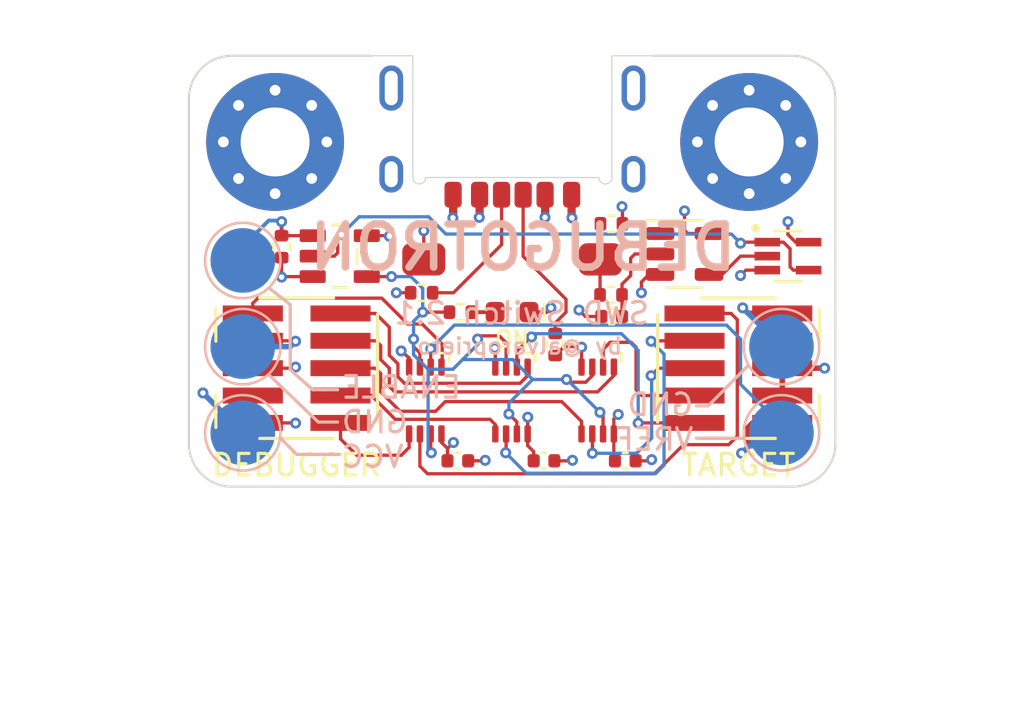
<source format=kicad_pcb>
(kicad_pcb (version 20211014) (generator pcbnew)
  (title_block (title "Debugotron SWD Switch") (date "2022-02-26") (rev "2.1") (company "Quesadillon LLC"))
  (layers (0 "F.Cu" signal) (1 "In1.Cu" signal) (2 "In2.Cu" signal) (31 "B.Cu" signal) (34 "B.Paste" user) (35 "F.Paste" user) (36 "B.SilkS" user "B.Silkscreen") (37 "F.SilkS" user "F.Silkscreen") (38 "B.Mask" user) (39 "F.Mask" user) (44 "Edge.Cuts" user))
  (net 0 "")
  (net 1 "VCC")
  (net 2 "GND")
  (net 3 "/VREF")
  (net 4 "/SWDIO_TMS")
  (net 5 "/SWDCLK_TCK")
  (net 6 "/SWO_TDO")
  (net 7 "/TDI")
  (net 8 "/RESET")
  (net 9 "/SWD_EN")
  (net 10 "/VREF_OUT")
  (net 11 "/SWDIO_TMS_OUT")
  (net 12 "/SWDCLK_TCK_OUT")
  (net 13 "/SWO_TDO_OUT")
  (net 14 "/TDI_OUT")
  (net 15 "/RESET_OUT")
  (net 16 "Net-(D1-Pad2)")
  (net 17 "/SWD_EN_EXT")
  (net 18 "/SWD_EN_BTN")
  (net 19 "Net-(C1-Pad1)")
  (net 20 "Net-(J2-PadA5)")
  (net 21 "Net-(J2-PadB5)")
  (net 25 "Net-(R1-Pad2)")
  (net 26 "Net-(U1-Pad2)")
  (footprint "LED_SMD:LED_0603_1608Metric" (layer "F.Cu") (at 106 66.9 180)
    (fp_text reference "D1" hide)
    (fp_text value "LED")
    (pad "1" smd roundrect (at -0.7875 0 180) (size 0.875 0.95) (layers "F.Cu" "F.Paste" "F.Mask") (net 2 "GND"))
    (pad "2" smd roundrect (at 0.7875 0 180) (size 0.875 0.95) (layers "F.Cu" "F.Paste" "F.Mask") (net 16 "Net-(D1-Pad2)"))
  )
  (footprint "Resistor_SMD:R_0402_1005Metric" (layer "F.Cu") (at 101.8 66 180)
    (fp_text reference "R4" hide)
    (fp_text value "5.1k")
    (pad "1" smd roundrect (at -0.51 0 180) (size 0.54 0.64) (layers "F.Cu" "F.Paste" "F.Mask") (net 21 "Net-(J2-PadB5)"))
    (pad "2" smd roundrect (at 0.51 0 180) (size 0.54 0.64) (layers "F.Cu" "F.Paste" "F.Mask") (net 2 "GND"))
  )
  (footprint "Resistor_SMD:R_0402_1005Metric" (layer "F.Cu") (at 108 68.4 -90)
    (fp_text reference "R5" hide)
    (fp_text value "5.1k")
    (pad "1" smd roundrect (at -0.51 0 270) (size 0.54 0.64) (layers "F.Cu" "F.Paste" "F.Mask") (net 20 "Net-(J2-PadA5)"))
    (pad "2" smd roundrect (at 0.51 0 270) (size 0.54 0.64) (layers "F.Cu" "F.Paste" "F.Mask") (net 2 "GND"))
  )
  (footprint "alvarop:SN74LVC2G66-VSSOP" (layer "F.Cu") (at 105.97 71 180)
    (fp_text reference "U5" hide)
    (fp_text value "SN74LVC2G66")
    (pad "1" smd roundrect (at -0.75 1.55 180) (size 0.3 0.8) (layers "F.Cu" "F.Paste" "F.Mask") (net 4 "/SWDIO_TMS"))
    (pad "2" smd roundrect (at -0.25 1.55 180) (size 0.3 0.8) (layers "F.Cu" "F.Paste" "F.Mask") (net 11 "/SWDIO_TMS_OUT"))
    (pad "3" smd roundrect (at 0.25 1.55 180) (size 0.3 0.8) (layers "F.Cu" "F.Paste" "F.Mask") (net 9 "/SWD_EN"))
    (pad "4" smd roundrect (at 0.75 1.55 180) (size 0.3 0.8) (layers "F.Cu" "F.Paste" "F.Mask") (net 2 "GND"))
    (pad "5" smd roundrect (at 0.75 -1.55 180) (size 0.3 0.8) (layers "F.Cu" "F.Paste" "F.Mask") (net 7 "/TDI"))
    (pad "6" smd roundrect (at 0.25 -1.55 180) (size 0.3 0.8) (layers "F.Cu" "F.Paste" "F.Mask") (net 14 "/TDI_OUT"))
    (pad "7" smd roundrect (at -0.25 -1.55 180) (size 0.3 0.8) (layers "F.Cu" "F.Paste" "F.Mask") (net 9 "/SWD_EN"))
    (pad "8" smd roundrect (at -0.75 -1.55 180) (size 0.3 0.8) (layers "F.Cu" "F.Paste" "F.Mask") (net 1 "VCC"))
  )
  (footprint "alvarop:SN74LVC2G66-VSSOP" (layer "F.Cu") (at 109.97 71 180)
    (fp_text reference "U3" hide)
    (fp_text value "SN74LVC2G66")
    (pad "1" smd roundrect (at -0.75 1.55 180) (size 0.3 0.8) (layers "F.Cu" "F.Paste" "F.Mask") (net 5 "/SWDCLK_TCK"))
    (pad "2" smd roundrect (at -0.25 1.55 180) (size 0.3 0.8) (layers "F.Cu" "F.Paste" "F.Mask") (net 12 "/SWDCLK_TCK_OUT"))
    (pad "3" smd roundrect (at 0.25 1.55 180) (size 0.3 0.8) (layers "F.Cu" "F.Paste" "F.Mask") (net 9 "/SWD_EN"))
    (pad "4" smd roundrect (at 0.75 1.55 180) (size 0.3 0.8) (layers "F.Cu" "F.Paste" "F.Mask") (net 2 "GND"))
    (pad "5" smd roundrect (at 0.75 -1.55 180) (size 0.3 0.8) (layers "F.Cu" "F.Paste" "F.Mask") (net 6 "/SWO_TDO"))
    (pad "6" smd roundrect (at 0.25 -1.55 180) (size 0.3 0.8) (layers "F.Cu" "F.Paste" "F.Mask") (net 13 "/SWO_TDO_OUT"))
    (pad "7" smd roundrect (at -0.25 -1.55 180) (size 0.3 0.8) (layers "F.Cu" "F.Paste" "F.Mask") (net 9 "/SWD_EN"))
    (pad "8" smd roundrect (at -0.75 -1.55 180) (size 0.3 0.8) (layers "F.Cu" "F.Paste" "F.Mask") (net 1 "VCC"))
  )
  (footprint "snapeda:SOT65P210X110-5N" (layer "F.Cu") (at 118.8 64.3)
    (fp_text reference "U1" hide)
    (fp_text value "SN74LVC1G80DCKR")
    (pad "1" smd roundrect (at -0.96 -0.65) (size 1.19 0.4) (layers "F.Cu" "F.Paste" "F.Mask") (roundrect_rratio 0.05) (net 18 "/SWD_EN_BTN"))
    (pad "2" smd roundrect (at -0.96 0) (size 1.19 0.4) (layers "F.Cu" "F.Paste" "F.Mask") (roundrect_rratio 0.05) (net 26 "Net-(U1-Pad2)"))
    (pad "3" smd roundrect (at -0.96 0.65) (size 1.19 0.4) (layers "F.Cu" "F.Paste" "F.Mask") (roundrect_rratio 0.05) (net 2 "GND"))
    (pad "4" smd roundrect (at 0.96 0.65) (size 1.19 0.4) (layers "F.Cu" "F.Paste" "F.Mask") (roundrect_rratio 0.05) (net 18 "/SWD_EN_BTN"))
    (pad "5" smd roundrect (at 0.96 -0.65) (size 1.19 0.4) (layers "F.Cu" "F.Paste" "F.Mask") (roundrect_rratio 0.05) (net 1 "VCC"))
  )
  (footprint "Package_TO_SOT_SMD:SOT-23-5" (layer "F.Cu") (at 114 64.2)
    (fp_text reference "U6" hide)
    (fp_text value "SN74AHC1G14")
    (pad "1" smd roundrect (at -1.1375 -0.95) (size 1.325 0.6) (layers "F.Cu" "F.Paste" "F.Mask"))
    (pad "2" smd roundrect (at -1.1375 0) (size 1.325 0.6) (layers "F.Cu" "F.Paste" "F.Mask") (net 19 "Net-(C1-Pad1)"))
    (pad "3" smd roundrect (at -1.1375 0.95) (size 1.325 0.6) (layers "F.Cu" "F.Paste" "F.Mask") (net 2 "GND"))
    (pad "4" smd roundrect (at 1.1375 0.95) (size 1.325 0.6) (layers "F.Cu" "F.Paste" "F.Mask") (net 26 "Net-(U1-Pad2)"))
    (pad "5" smd roundrect (at 1.1375 -0.95) (size 1.325 0.6) (layers "F.Cu" "F.Paste" "F.Mask") (net 1 "VCC"))
  )
  (footprint "Resistor_SMD:R_0402_1005Metric" (layer "F.Cu") (at 95.3 63.86 -90)
    (fp_text reference "R3" hide)
    (fp_text value "5.1k")
    (pad "1" smd roundrect (at -0.51 0 270) (size 0.54 0.64) (layers "F.Cu" "F.Paste" "F.Mask") (net 17 "/SWD_EN_EXT"))
    (pad "2" smd roundrect (at 0.51 0 270) (size 0.54 0.64) (layers "F.Cu" "F.Paste" "F.Mask") (net 2 "GND"))
  )
  (footprint "Capacitor_SMD:C_0402_1005Metric" (layer "F.Cu") (at 110.62 67.1 180)
    (fp_text reference "C1" hide)
    (fp_text value "0.1uF")
    (pad "1" smd roundrect (at -0.48 0 180) (size 0.56 0.62) (layers "F.Cu" "F.Paste" "F.Mask") (net 19 "Net-(C1-Pad1)"))
    (pad "2" smd roundrect (at 0.48 0 180) (size 0.56 0.62) (layers "F.Cu" "F.Paste" "F.Mask") (net 2 "GND"))
  )
  (footprint "alvarop:SN74LVC2G66-VSSOP" (layer "F.Cu") (at 101.97 71 180)
    (fp_text reference "U4" hide)
    (fp_text value "SN74LVC2G66")
    (pad "1" smd roundrect (at -0.75 1.55 180) (size 0.3 0.8) (layers "F.Cu" "F.Paste" "F.Mask") (net 3 "/VREF"))
    (pad "2" smd roundrect (at -0.25 1.55 180) (size 0.3 0.8) (layers "F.Cu" "F.Paste" "F.Mask") (net 10 "/VREF_OUT"))
    (pad "3" smd roundrect (at 0.25 1.55 180) (size 0.3 0.8) (layers "F.Cu" "F.Paste" "F.Mask") (net 9 "/SWD_EN"))
    (pad "4" smd roundrect (at 0.75 1.55 180) (size 0.3 0.8) (layers "F.Cu" "F.Paste" "F.Mask") (net 2 "GND"))
    (pad "5" smd roundrect (at 0.75 -1.55 180) (size 0.3 0.8) (layers "F.Cu" "F.Paste" "F.Mask") (net 8 "/RESET"))
    (pad "6" smd roundrect (at 0.25 -1.55 180) (size 0.3 0.8) (layers "F.Cu" "F.Paste" "F.Mask") (net 15 "/RESET_OUT"))
    (pad "7" smd roundrect (at -0.25 -1.55 180) (size 0.3 0.8) (layers "F.Cu" "F.Paste" "F.Mask") (net 9 "/SWD_EN"))
    (pad "8" smd roundrect (at -0.75 -1.55 180) (size 0.3 0.8) (layers "F.Cu" "F.Paste" "F.Mask") (net 1 "VCC"))
  )
  (footprint "Capacitor_SMD:C_0402_1005Metric" (layer "F.Cu") (at 103.48 73.8)
    (fp_text reference "C2" hide)
    (fp_text value "0.1uF")
    (pad "1" smd roundrect (at -0.48 0) (size 0.56 0.62) (layers "F.Cu" "F.Paste" "F.Mask") (net 1 "VCC"))
    (pad "2" smd roundrect (at 0.48 0) (size 0.56 0.62) (layers "F.Cu" "F.Paste" "F.Mask") (net 2 "GND"))
  )
  (footprint "snapeda:SOT95P280X145-5N" (layer "F.Cu") (at 98 64.3)
    (fp_text reference "U2" hide)
    (fp_text value "SN74LVC1G32DBVR")
    (pad "1" smd roundrect (at -1.255 -0.95) (size 1.21 0.59) (layers "F.Cu" "F.Paste" "F.Mask") (roundrect_rratio 0.15) (net 17 "/SWD_EN_EXT"))
    (pad "2" smd roundrect (at -1.255 0) (size 1.21 0.59) (layers "F.Cu" "F.Paste" "F.Mask") (roundrect_rratio 0.15) (net 18 "/SWD_EN_BTN"))
    (pad "3" smd roundrect (at -1.255 0.95) (size 1.21 0.59) (layers "F.Cu" "F.Paste" "F.Mask") (roundrect_rratio 0.15) (net 2 "GND"))
    (pad "4" smd roundrect (at 1.255 0.95) (size 1.21 0.59) (layers "F.Cu" "F.Paste" "F.Mask") (roundrect_rratio 0.15) (net 9 "/SWD_EN"))
    (pad "5" smd roundrect (at 1.255 -0.95) (size 1.21 0.59) (layers "F.Cu" "F.Paste" "F.Mask") (roundrect_rratio 0.15) (net 1 "VCC"))
  )
  (footprint "Capacitor_SMD:C_0402_1005Metric" (layer "F.Cu") (at 111.25 73.8)
    (fp_text reference "C3" hide)
    (fp_text value "0.1uF")
    (pad "1" smd roundrect (at -0.48 0) (size 0.56 0.62) (layers "F.Cu" "F.Paste" "F.Mask") (net 1 "VCC"))
    (pad "2" smd roundrect (at 0.48 0) (size 0.56 0.62) (layers "F.Cu" "F.Paste" "F.Mask") (net 2 "GND"))
  )
  (footprint "Resistor_SMD:R_0402_1005Metric" (layer "F.Cu") (at 103.6 66.9)
    (fp_text reference "R6" hide)
    (fp_text value "5.1k")
    (pad "1" smd roundrect (at -0.51 0) (size 0.54 0.64) (layers "F.Cu" "F.Paste" "F.Mask") (net 9 "/SWD_EN"))
    (pad "2" smd roundrect (at 0.51 0) (size 0.54 0.64) (layers "F.Cu" "F.Paste" "F.Mask") (net 16 "Net-(D1-Pad2)"))
  )
  (footprint "MountingHole:MountingHole_3.2mm_M3_Pad_Via" (layer "F.Cu") (at 117 59)
    (fp_text reference "REF**" hide)
    (fp_text value "MountingHole_3.2mm_M3_Pad_Via")
    (pad "1" thru_hole circle (at 0 0) (size 6.4 6.4) (drill 3.2) (layers *.Cu *.Mask) (net 2 "GND"))
    (pad "1" thru_hole circle (at 0 -2.4) (size 0.8 0.8) (drill 0.5) (layers *.Cu *.Mask))
    (pad "1" thru_hole circle (at -1.697056 1.697056) (size 0.8 0.8) (drill 0.5) (layers *.Cu *.Mask))
    (pad "1" thru_hole circle (at 2.4 0) (size 0.8 0.8) (drill 0.5) (layers *.Cu *.Mask))
    (pad "1" thru_hole circle (at 1.697056 1.697056) (size 0.8 0.8) (drill 0.5) (layers *.Cu *.Mask))
    (pad "1" thru_hole circle (at 1.697056 -1.697056) (size 0.8 0.8) (drill 0.5) (layers *.Cu *.Mask))
    (pad "1" thru_hole circle (at -2.4 0) (size 0.8 0.8) (drill 0.5) (layers *.Cu *.Mask))
    (pad "1" thru_hole circle (at 0 2.4) (size 0.8 0.8) (drill 0.5) (layers *.Cu *.Mask))
    (pad "1" thru_hole circle (at -1.697056 -1.697056) (size 0.8 0.8) (drill 0.5) (layers *.Cu *.Mask))
  )
  (footprint "Resistor_SMD:R_0402_1005Metric" (layer "F.Cu") (at 110.59 66.1)
    (fp_text reference "R2" hide)
    (fp_text value "5.1k")
    (pad "1" smd roundrect (at -0.51 0) (size 0.54 0.64) (layers "F.Cu" "F.Paste" "F.Mask") (net 25 "Net-(R1-Pad2)"))
    (pad "2" smd roundrect (at 0.51 0) (size 0.54 0.64) (layers "F.Cu" "F.Paste" "F.Mask") (net 19 "Net-(C1-Pad1)"))
  )
  (footprint "alvarop:PTS636_G" (layer "F.Cu") (at 106 64.45)
    (fp_text reference "SW1" hide)
    (fp_text value "SW_Push")
    (pad "1" smd roundrect (at -4.1 0) (size 2 1.5) (layers "F.Cu" "F.Paste" "F.Mask") (net 2 "GND"))
    (pad "2" smd roundrect (at 4.1 0) (size 2 1.5) (layers "F.Cu" "F.Paste" "F.Mask") (net 25 "Net-(R1-Pad2)"))
  )
  (footprint "alvarop:USB4515-GF-A" (layer "F.Cu") (at 106.01 60.5 180)
    (fp_text reference "J2" hide)
    (fp_text value "USB_C_Receptacle_USB2.0")
    (fp_line (start -4.02 -0.15) (end 4.02 -0.15) (layer "Edge.Cuts") (width 0.05))
    (fp_line (start -4.62 5.5) (end -6.5 5.5) (layer "Edge.Cuts") (width 0.05))
    (fp_line (start 4.62 5.5) (end 6.5 5.5) (layer "Edge.Cuts") (width 0.05))
    (fp_line (start -4.62 -0.15) (end -4.62 5.5) (layer "Edge.Cuts") (width 0.05))
    (fp_line (start 4.62 -0.15) (end 4.62 5.5) (layer "Edge.Cuts") (width 0.05))
    (fp_arc (start 4.02 -0.15) (mid 4.32 -0.44753) (end 4.62 -0.15) (layer "Edge.Cuts") (width 0.05))
    (fp_arc (start -4.62 -0.15) (mid -4.32 -0.45) (end -4.02 -0.15) (layer "Edge.Cuts") (width 0.05))
    (pad "A5" smd roundrect (at -0.5 -0.95 180) (size 0.8 1.2) (layers "F.Cu" "F.Paste" "F.Mask") (net 20 "Net-(J2-PadA5)"))
    (pad "A9" smd roundrect (at 1.52 -0.95 180) (size 0.8 1.2) (layers "F.Cu" "F.Paste" "F.Mask") (net 1 "VCC"))
    (pad "A12" smd roundrect (at 2.75 -0.95 180) (size 0.8 1.2) (layers "F.Cu" "F.Paste" "F.Mask") (net 2 "GND"))
    (pad "B5" smd roundrect (at 0.5 -0.95 180) (size 0.8 1.2) (layers "F.Cu" "F.Paste" "F.Mask") (net 21 "Net-(J2-PadB5)"))
    (pad "B9" smd roundrect (at -1.52 -0.95 180) (size 0.8 1.2) (layers "F.Cu" "F.Paste" "F.Mask") (net 1 "VCC"))
    (pad "B12" smd roundrect (at -2.75 -0.95 180) (size 0.8 1.2) (layers "F.Cu" "F.Paste" "F.Mask") (net 2 "GND"))
    (pad "S1" thru_hole oval (at 5.62 0 180) (size 1.1 1.7) (drill oval 0.6 1.2) (layers *.Cu *.Mask))
    (pad "S1" thru_hole oval (at -5.62 0 180) (size 1.1 1.7) (drill oval 0.6 1.2) (layers *.Cu *.Mask))
    (pad "S1" thru_hole oval (at 5.62 4 180) (size 1.1 2.1) (drill oval 0.6 1.6) (layers *.Cu *.Mask))
    (pad "S1" thru_hole oval (at -5.62 4 180) (size 1.1 2.1) (drill oval 0.6 1.6) (layers *.Cu *.Mask))
  )
  (footprint "MountingHole:MountingHole_3.2mm_M3_Pad_Via" (layer "F.Cu") (at 95 59)
    (fp_text reference "REF**" hide)
    (fp_text value "MountingHole_3.2mm_M3_Pad_Via")
    (pad "1" thru_hole circle (at 2.4 0) (size 0.8 0.8) (drill 0.5) (layers *.Cu *.Mask))
    (pad "1" thru_hole circle (at -2.4 0) (size 0.8 0.8) (drill 0.5) (layers *.Cu *.Mask))
    (pad "1" thru_hole circle (at 1.697056 1.697056) (size 0.8 0.8) (drill 0.5) (layers *.Cu *.Mask))
    (pad "1" thru_hole circle (at 0 2.4) (size 0.8 0.8) (drill 0.5) (layers *.Cu *.Mask))
    (pad "1" thru_hole circle (at -1.697056 -1.697056) (size 0.8 0.8) (drill 0.5) (layers *.Cu *.Mask))
    (pad "1" thru_hole circle (at 0 -2.4) (size 0.8 0.8) (drill 0.5) (layers *.Cu *.Mask))
    (pad "1" thru_hole circle (at 0 0) (size 6.4 6.4) (drill 3.2) (layers *.Cu *.Mask) (net 2 "GND"))
    (pad "1" thru_hole circle (at 1.697056 -1.697056) (size 0.8 0.8) (drill 0.5) (layers *.Cu *.Mask))
    (pad "1" thru_hole circle (at -1.697056 1.697056) (size 0.8 0.8) (drill 0.5) (layers *.Cu *.Mask))
  )
  (footprint "Resistor_SMD:R_0402_1005Metric" (layer "F.Cu") (at 110.61 62.8 180)
    (fp_text reference "R1" hide)
    (fp_text value "5.1k")
    (pad "1" smd roundrect (at -0.51 0 180) (size 0.54 0.64) (layers "F.Cu" "F.Paste" "F.Mask") (net 1 "VCC"))
    (pad "2" smd roundrect (at 0.51 0 180) (size 0.54 0.64) (layers "F.Cu" "F.Paste" "F.Mask") (net 25 "Net-(R1-Pad2)"))
  )
  (footprint "snapeda:SAMTEC_FTSH-105-01-F-DV-P-TR_alt" (layer "F.Cu") (at 116.5 69.5 90)
    (fp_text reference "J5" hide)
    (fp_text value "SWD_OUT")
    (pad "1" smd rect (at -2.54 2.035 90) (size 0.74 2.79) (layers "F.Cu" "F.Paste" "F.Mask") (net 10 "/VREF_OUT"))
    (pad "2" smd rect (at -2.54 -2.035 90) (size 0.74 2.79) (layers "F.Cu" "F.Paste" "F.Mask") (net 11 "/SWDIO_TMS_OUT"))
    (pad "3" smd rect (at -1.27 2.035 90) (size 0.74 2.79) (layers "F.Cu" "F.Paste" "F.Mask") (net 2 "GND"))
    (pad "4" smd rect (at -1.27 -2.035 90) (size 0.74 2.79) (layers "F.Cu" "F.Paste" "F.Mask") (net 12 "/SWDCLK_TCK_OUT"))
    (pad "5" smd rect (at 0 2.035 90) (size 0.74 2.79) (layers "F.Cu" "F.Paste" "F.Mask") (net 2 "GND"))
    (pad "6" smd rect (at 0 -2.035 90) (size 0.74 2.79) (layers "F.Cu" "F.Paste" "F.Mask") (net 13 "/SWO_TDO_OUT"))
    (pad "7" smd rect (at 1.27 2.035 90) (size 0.74 2.79) (layers "F.Cu" "F.Paste" "F.Mask"))
    (pad "8" smd rect (at 1.27 -2.035 90) (size 0.74 2.79) (layers "F.Cu" "F.Paste" "F.Mask") (net 14 "/TDI_OUT"))
    (pad "9" smd rect (at 2.54 2.035 90) (size 0.74 2.79) (layers "F.Cu" "F.Paste" "F.Mask") (net 2 "GND"))
    (pad "10" smd rect (at 2.54 -2.035 90) (size 0.74 2.79) (layers "F.Cu" "F.Paste" "F.Mask") (net 15 "/RESET_OUT"))
  )
  (footprint "snapeda:SAMTEC_FTSH-105-01-F-DV-P-TR_alt" (layer "F.Cu") (at 96 69.5 -90)
    (fp_text reference "J3" hide)
    (fp_text value "SWD_IN")
    (pad "1" smd rect (at -2.54 2.035 270) (size 0.74 2.79) (layers "F.Cu" "F.Paste" "F.Mask") (net 3 "/VREF"))
    (pad "2" smd rect (at -2.54 -2.035 270) (size 0.74 2.79) (layers "F.Cu" "F.Paste" "F.Mask") (net 4 "/SWDIO_TMS"))
    (pad "3" smd rect (at -1.27 2.035 270) (size 0.74 2.79) (layers "F.Cu" "F.Paste" "F.Mask") (net 2 "GND"))
    (pad "4" smd rect (at -1.27 -2.035 270) (size 0.74 2.79) (layers "F.Cu" "F.Paste" "F.Mask") (net 5 "/SWDCLK_TCK"))
    (pad "5" smd rect (at 0 2.035 270) (size 0.74 2.79) (layers "F.Cu" "F.Paste" "F.Mask") (net 2 "GND"))
    (pad "6" smd rect (at 0 -2.035 270) (size 0.74 2.79) (layers "F.Cu" "F.Paste" "F.Mask") (net 6 "/SWO_TDO"))
    (pad "7" smd rect (at 1.27 2.035 270) (size 0.74 2.79) (layers "F.Cu" "F.Paste" "F.Mask"))
    (pad "8" smd rect (at 1.27 -2.035 270) (size 0.74 2.79) (layers "F.Cu" "F.Paste" "F.Mask") (net 7 "/TDI"))
    (pad "9" smd rect (at 2.54 2.035 270) (size 0.74 2.79) (layers "F.Cu" "F.Paste" "F.Mask") (net 2 "GND"))
    (pad "10" smd rect (at 2.54 -2.035 270) (size 0.74 2.79) (layers "F.Cu" "F.Paste" "F.Mask") (net 8 "/RESET"))
  )
  (footprint "Capacitor_SMD:C_0402_1005Metric" (layer "F.Cu") (at 107.48 73.8)
    (fp_text reference "C4" hide)
    (fp_text value "0.1uF")
    (pad "1" smd roundrect (at -0.48 0) (size 0.56 0.62) (layers "F.Cu" "F.Paste" "F.Mask") (net 1 "VCC"))
    (pad "2" smd roundrect (at 0.48 0) (size 0.56 0.62) (layers "F.Cu" "F.Paste" "F.Mask") (net 2 "GND"))
  )
  (footprint "TestPoint:TestPoint_Pad_D3.0mm" (layer "B.Cu") (at 118.5 72.5 180)
    (fp_text reference "TP5" hide)
    (fp_text value "TestPoint")
    (pad "1" smd circle (at 0 0 180) (size 3 3) (layers "B.Cu" "B.Mask") (net 10 "/VREF_OUT"))
  )
  (footprint "TestPoint:TestPoint_Pad_D3.0mm" (layer "B.Cu") (at 93.5 64.5 180)
    (fp_text reference "TP3" hide)
    (fp_text value "TestPoint")
    (pad "1" smd circle (at 0 0 180) (size 3 3) (layers "B.Cu" "B.Mask") (net 17 "/SWD_EN_EXT"))
  )
  (footprint "TestPoint:TestPoint_Pad_D3.0mm" (layer "B.Cu") (at 118.5 68.5 180)
    (fp_text reference "TP4" hide)
    (fp_text value "TestPoint")
    (pad "1" smd circle (at 0 0 180) (size 3 3) (layers "B.Cu" "B.Mask") (net 2 "GND"))
  )
  (footprint "TestPoint:TestPoint_Pad_D3.0mm" (layer "B.Cu") (at 93.5 72.5 180)
    (fp_text reference "TP1" hide)
    (fp_text value "TestPoint")
    (pad "1" smd circle (at 0 0 180) (size 3 3) (layers "B.Cu" "B.Mask") (net 1 "VCC"))
  )
  (footprint "TestPoint:TestPoint_Pad_D3.0mm" (layer "B.Cu") (at 93.5 68.5 180)
    (fp_text reference "TP2" hide)
    (fp_text value "TestPoint")
    (pad "1" smd circle (at 0 0 180) (size 3 3) (layers "B.Cu" "B.Mask") (net 2 "GND"))
  )
  (gr_line (start 97.3 70.5) (end 96.75 70.5) (layer "B.SilkS") (width 0.15))
  (gr_line (start 114.55 71.25) (end 115.1 71.25) (layer "B.SilkS") (width 0.15))
  (gr_line (start 95.95 69.8) (end 95.7 69.55) (layer "B.SilkS") (width 0.15))
  (gr_line (start 96.75 70.5) (end 95.95 69.8) (layer "B.SilkS") (width 0.15))
  (gr_line (start 95.7 69.55) (end 95.7 66.55) (layer "B.SilkS") (width 0.15))
  (gr_line (start 97 72) (end 97.9 72) (layer "B.SilkS") (width 0.15))
  (gr_line (start 115.1 71.25) (end 116.96 69.37) (layer "B.SilkS") (width 0.15))
  (gr_line (start 114.55 72.75) (end 116.72 72.75) (layer "B.SilkS") (width 0.15))
  (gr_line (start 94.7 69.8) (end 96.95 71.95) (layer "B.SilkS") (width 0.15))
  (gr_line (start 95.7 66.55) (end 94.75 65.8) (layer "B.SilkS") (width 0.15))
  (gr_line (start 98 73.5) (end 96 73.5) (layer "B.SilkS") (width 0.15))
  (gr_line (start 96 73.5) (end 95.25 72.75) (layer "B.SilkS") (width 0.15))
  (gr_line (start 97.9 70.5) (end 97.3 70.5) (layer "B.SilkS") (width 0.15))
  (gr_line (start 96.95 71.95) (end 97 72) (layer "B.SilkS") (width 0.15))
  (gr_line (start 121 57) (end 121 73) (layer "Edge.Cuts") (width 0.1))
  (gr_arc (start 119 55) (mid 120.414214 55.585786) (end 121 57) (layer "Edge.Cuts") (width 0.1))
  (gr_arc (start 93 75) (mid 91.585786 74.414214) (end 91 73) (layer "Edge.Cuts") (width 0.1))
  (gr_line (start 91 73) (end 91 57) (layer "Edge.Cuts") (width 0.1))
  (gr_line (start 119 75) (end 93 75) (layer "Edge.Cuts") (width 0.1))
  (gr_arc (start 91 57) (mid 91.585786 55.585786) (end 93 55) (layer "Edge.Cuts") (width 0.1))
  (gr_line (start 93 55) (end 99.51 55) (layer "Edge.Cuts") (width 0.1))
  (gr_arc (start 121 73) (mid 120.414214 74.414214) (end 119 75) (layer "Edge.Cuts") (width 0.1))
  (gr_line (start 119 55) (end 112.51 55) (layer "Edge.Cuts") (width 0.1))
  (gr_text "SWD Switch 2.1" (at 106.45 66.95) (layer "B.SilkS") (effects (font (size 1 1)) (justify mirror)))
  (gr_text "by @alvaroprieto" (at 106.35 68.475) (layer "B.SilkS") (effects (font (size 0.75 0.75) (thickness 0.125)) (justify mirror)))
  (gr_text "GND\nVREF" (at 114.5 72) (layer "B.SilkS") (effects (font (size 1 1)) (justify left mirror)))
  (gr_text "ENABLE\nGND\nVCC" (at 98 72) (layer "B.SilkS") (effects (font (size 1 1)) (justify right mirror)))
  (gr_text "DEBUGOTRON" (at 106.5 63.9) (layer "B.SilkS") (effects (font (size 2 2) (thickness 0.35)) (justify mirror)))
  (gr_text "TARGET" (at 116.5 74) (layer "F.SilkS") (effects (font (size 1 1))))
  (gr_text "DEBUGGER" (at 96 74) (layer "F.SilkS") (effects (font (size 1 1))))
  (gr_text "ON" (at 106 68.15) (layer "F.SilkS") (effects (font (size 0.75 0.75) (thickness 0.125))))
  (segment (start 110.72 72.55) (end 110.72 73.75) (width 0.1524) (layer "F.Cu") (net 1))
  (segment (start 106.72 72.55) (end 106.72 71.78) (width 0.1524) (layer "F.Cu") (net 1))
  (segment (start 103 73.225) (end 103 73.8) (width 0.1524) (layer "F.Cu") (net 1))
  (segment (start 106.72 73.095) (end 106.72 72.55) (width 0.1524) (layer "F.Cu") (net 1))
  (segment (start 110.72 71.855) (end 110.925 71.65) (width 0.1524) (layer "F.Cu") (net 1))
  (segment (start 107 73.375) (end 106.72 73.095) (width 0.1524) (layer "F.Cu") (net 1))
  (segment (start 104.49 62.485) (end 104.475 62.5) (width 0.381) (layer "F.Cu") (net 1))
  (segment (start 110.72 73.75) (end 110.77 73.8) (width 0.1524) (layer "F.Cu") (net 1))
  (segment (start 107 73.8) (end 107 73.375) (width 0.1524) (layer "F.Cu") (net 1))
  (segment (start 102.72 72.55) (end 102.72 72.945) (width 0.1524) (layer "F.Cu") (net 1))
  (segment (start 114.15 63.25) (end 114 63.1) (width 0.1524) (layer "F.Cu") (net 1))
  (segment (start 100.275 63.35) (end 100.3 63.375) (width 0.1524) (layer "F.Cu") (net 1))
  (segment (start 114 63.1) (end 114 62.2) (width 0.1524) (layer "F.Cu") (net 1))
  (segment (start 110.72 72.55) (end 110.72 71.855) (width 0.1524) (layer "F.Cu") (net 1))
  (segment (start 106.72 71.78) (end 106.725 71.775) (width 0.1524) (layer "F.Cu") (net 1))
  (segment (start 119.15 63.65) (end 118.8 63.3) (width 0.1524) (layer "F.Cu") (net 1))
  (segment (start 115.1375 63.25) (end 114.15 63.25) (width 0.1524) (layer "F.Cu") (net 1))
  (segment (start 102.72 72.945) (end 103 73.225) (width 0.1524) (layer "F.Cu") (net 1))
  (segment (start 119.76 63.65) (end 119.15 63.65) (width 0.1524) (layer "F.Cu") (net 1))
  (segment (start 107.53 61.45) (end 107.53 62.495) (width 0.381) (layer "F.Cu") (net 1))
  (segment (start 104.49 61.45) (end 104.49 62.485) (width 0.381) (layer "F.Cu") (net 1))
  (segment (start 99.255 63.35) (end 100.275 63.35) (width 0.1524) (layer "F.Cu") (net 1))
  (segment (start 107.53 62.495) (end 107.525 62.5) (width 0.381) (layer "F.Cu") (net 1))
  (segment (start 103 73.225) (end 103.275 72.95) (width 0.1524) (layer "F.Cu") (net 1))
  (segment (start 111.12 62.8) (end 111.12 62.02) (width 0.1524) (layer "F.Cu") (net 1))
  (segment (start 118.8 63.3) (end 118.8 62.7) (width 0.1524) (layer "F.Cu") (net 1))
  (segment (start 111.12 62.02) (end 111.1 62) (width 0.1524) (layer "F.Cu") (net 1))
  (via (at 111.1 62) (size 0.508) (drill 0.254) (layers "F.Cu" "B.Cu") (net 1))
  (via (at 107.525 62.5) (size 0.508) (drill 0.254) (layers "F.Cu" "B.Cu") (net 1))
  (via (at 100.3 63.375) (size 0.508) (drill 0.254) (layers "F.Cu" "B.Cu") (net 1))
  (via (at 118.8 62.7) (size 0.508) (drill 0.254) (layers "F.Cu" "B.Cu") (net 1))
  (via (at 103.275 72.95) (size 0.508) (drill 0.254) (layers "F.Cu" "B.Cu") (net 1))
  (via (at 91.65 70.65) (size 0.508) (drill 0.254) (layers "F.Cu" "B.Cu") (net 1))
  (via (at 104.475 62.5) (size 0.508) (drill 0.254) (layers "F.Cu" "B.Cu") (net 1))
  (via (at 114 62.2) (size 0.508) (drill 0.254) (layers "F.Cu" "B.Cu") (net 1))
  (via (at 110.925 71.65) (size 0.508) (drill 0.254) (layers "F.Cu" "B.Cu") (net 1))
  (via (at 106.725 71.775) (size 0.508) (drill 0.254) (layers "F.Cu" "B.Cu") (net 1))
  (segment (start 93.5 72.5) (end 91.65 70.65) (width 0.254) (layer "B.Cu") (net 1))
  (segment (start 105.22 69.45) (end 105.22 68.5969) (width 0.1524) (layer "F.Cu") (net 2))
  (segment (start 93.965 72.04) (end 95.94 72.04) (width 0.1524) (layer "F.Cu") (net 2))
  (segment (start 95.93 68.23) (end 95.95 68.25) (width 0.1524) (layer "F.Cu") (net 2))
  (segment (start 116.7 66.7) (end 116.95 66.95) (width 0.254) (layer "F.Cu") (net 2))
  (segment (start 109.22 68.53) (end 109.225 68.525) (width 0.1524) (layer "F.Cu") (net 2))
  (segment (start 112.35 65.15) (end 112 65.5) (width 0.1524) (layer "F.Cu") (net 2))
  (segment (start 117.84 64.95) (end 116.85 64.95) (width 0.1524) (layer "F.Cu") (net 2))
  (segment (start 118.525 66.95) (end 118.535 66.96) (width 0.254) (layer "F.Cu") (net 2))
  (segment (start 108.775 73.8) (end 108.8 73.775) (width 0.1524) (layer "F.Cu") (net 2))
  (segment (start 107.6 66.9) (end 107.8 66.7) (width 0.1778) (layer "F.Cu") (net 2))
  (segment (start 101.29 66) (end 100.625 66) (width 0.1524) (layer "F.Cu") (net 2))
  (segment (start 108.76 61.45) (end 108.76 62.51) (width 0.381) (layer "F.Cu") (net 2))
  (segment (start 116.85 64.95) (end 116.6 65.2) (width 0.1524) (layer "F.Cu") (net 2))
  (segment (start 95.9 69.5) (end 95.95 69.45) (width 0.1524) (layer "F.Cu") (net 2))
  (segment (start 120.05 69.5) (end 120.5 69.5) (width 0.254) (layer "F.Cu") (net 2))
  (segment (start 116.95 66.95) (end 118.525 66.95) (width 0.254) (layer "F.Cu") (net 2))
  (segment (start 105.22 68.5969) (end 105.1903 68.5672) (width 0.1524) (layer "F.Cu") (net 2))
  (segment (start 96.745 65.25) (end 95.325 65.25) (width 0.1524) (layer "F.Cu") (net 2))
  (segment (start 103.96 73.8) (end 104.725 73.8) (width 0.1524) (layer "F.Cu") (net 2))
  (segment (start 109.2 68.5) (end 109.225 68.525) (width 0.1524) (layer "F.Cu") (net 2))
  (segment (start 101.9 64.4) (end 101.9 63.125) (width 0.1524) (layer "F.Cu") (net 2))
  (segment (start 111.73 73.8) (end 112.4203 73.8) (width 0.1524) (layer "F.Cu") (net 2))
  (segment (start 110.14 67.1) (end 109.4 67.1) (width 0.1524) (layer "F.Cu") (net 2))
  (segment (start 112.4203 73.8) (end 112.475 73.7453) (width 0.1524) (layer "F.Cu") (net 2))
  (segment (start 101.22 69.027687) (end 101.22 69.45) (width 0.1524) (layer "F.Cu") (net 2))
  (segment (start 103.26 62.515) (end 103.25 62.525) (width 0.381) (layer "F.Cu") (net 2))
  (segment (start 108.41 68.5) (end 109.2 68.5) (width 0.1524) (layer "F.Cu") (net 2))
  (segment (start 93.965 69.5) (end 95.9 69.5) (width 0.1524) (layer "F.Cu") (net 2))
  (segment (start 103.26 61.45) (end 103.26 62.515) (width 0.381) (layer "F.Cu") (net 2))
  (segment (start 93.965 68.23) (end 95.93 68.23) (width 0.1524) (layer "F.Cu") (net 2))
  (segment (start 108.76 62.51) (end 108.775 62.525) (width 0.381) (layer "F.Cu") (net 2))
  (segment (start 112 65.5) (end 112 66) (width 0.1524) (layer "F.Cu") (net 2))
  (segment (start 100.85 68.7) (end 101.22 69.027687) (width 0.1524) (layer "F.Cu") (net 2))
  (segment (start 109.22 69.45) (end 109.22 68.53) (width 0.1524) (layer "F.Cu") (net 2))
  (segment (start 95.94 72.04) (end 95.95 72.05) (width 0.1524) (layer "F.Cu") (net 2))
  (segment (start 95.3 64.37) (end 95.3 65.275) (width 0.1524) (layer "F.Cu") (net 2))
  (segment (start 109.4 67.1) (end 109.1 66.8) (width 0.1524) (layer "F.Cu") (net 2))
  (segment (start 112.8625 65.15) (end 112.35 65.15) (width 0.1524) (layer "F.Cu") (net 2))
  (segment (start 104.725 73.8) (end 104.75 73.775) (width 0.1524) (layer "F.Cu") (net 2))
  (segment (start 108 68.91) (end 108.41 68.5) (width 0.1524) (layer "F.Cu") (net 2))
  (segment (start 95.325 65.25) (end 95.3 65.275) (width 0.1524) (layer "F.Cu") (net 2))
  (segment (start 106.7875 66.9) (end 107.6 66.9) (width 0.1778) (layer "F.Cu") (net 2))
  (segment (start 107.96 73.8) (end 108.775 73.8) (width 0.1524) (layer "F.Cu") (net 2))
  (segment (start 118.535 69.5) (end 120.05 69.5) (width 0.254) (layer "F.Cu") (net 2))
  (segment (start 118.535 70.77) (end 118.535 69.5) (width 0.254) (layer "F.Cu") (net 2))
  (via (at 109.1 66.8) (size 0.508) (drill 0.254) (layers "F.Cu" "B.Cu") (net 2))
  (via (at 95.95 68.25) (size 0.508) (drill 0.254) (layers "F.Cu" "B.Cu") (net 2))
  (via (at 95.3 65.275) (size 0.508) (drill 0.254) (layers "F.Cu" "B.Cu") (net 2))
  (via (at 103.25 62.525) (size 0.508) (drill 0.254) (layers "F.Cu" "B.Cu") (net 2))
  (via (at 112.475 73.7453) (size 0.508) (drill 0.254) (layers "F.Cu" "B.Cu") (net 2))
  (via (at 108.775 62.525) (size 0.508) (drill 0.254) (layers "F.Cu" "B.Cu") (net 2))
  (via (at 105.1903 68.5672) (size 0.508) (drill 0.254) (layers "F.Cu" "B.Cu") (net 2))
  (via (at 116.6 65.2) (size 0.508) (drill 0.254) (layers "F.Cu" "B.Cu") (net 2))
  (via (at 120.5 69.5) (size 0.508) (drill 0.254) (layers "F.Cu" "B.Cu") (net 2))
  (via (at 100.625 66) (size 0.508) (drill 0.254) (layers "F.Cu" "B.Cu") (net 2))
  (via (at 101.9 63.125) (size 0.508) (drill 0.254) (layers "F.Cu" "B.Cu") (net 2))
  (via (at 95.95 69.45) (size 0.508) (drill 0.254) (layers "F.Cu" "B.Cu") (net 2))
  (via (at 95.95 72.05) (size 0.508) (drill 0.254) (layers "F.Cu" "B.Cu") (net 2))
  (via (at 100.85 68.7) (size 0.508) (drill 0.254) (layers "F.Cu" "B.Cu") (net 2))
  (via (at 116.7 66.7) (size 0.508) (drill 0.254) (layers "F.Cu" "B.Cu") (net 2))
  (via (at 108.8 73.775) (size 0.508) (drill 0.254) (layers "F.Cu" "B.Cu") (net 2))
  (via (at 109.225 68.525) (size 0.508) (drill 0.254) (layers "F.Cu" "B.Cu") (net 2))
  (via (at 112 66) (size 0.508) (drill 0.254) (layers "F.Cu" "B.Cu") (net 2))
  (via (at 104.75 73.775) (size 0.508) (drill 0.254) (layers "F.Cu" "B.Cu") (net 2))
  (via (at 107.8 66.7) (size 0.508) (drill 0.254) (layers "F.Cu" "B.Cu") (net 2))
  (segment (start 118.5 68.5) (end 116.7 66.7) (width 0.254) (layer "B.Cu") (net 2))
  (segment (start 93.5 68.5) (end 95.7 68.5) (width 0.254) (layer "B.Cu") (net 2))
  (segment (start 95.7 68.5) (end 95.95 68.25) (width 0.254) (layer "B.Cu") (net 2))
  (segment (start 101.824111 67.45) (end 101.15 67.45) (width 0.1524) (layer "F.Cu") (net 3))
  (segment (start 102.754701 68.38059) (end 101.824111 67.45) (width 0.1524) (layer "F.Cu") (net 3))
  (segment (start 101.15 67.45) (end 99.95 66.25) (width 0.1524) (layer "F.Cu") (net 3))
  (segment (start 102.754701 69.415299) (end 102.754701 68.38059) (width 0.1524) (layer "F.Cu") (net 3))
  (segment (start 94.2 66.25) (end 93.965 66.485) (width 0.1524) (layer "F.Cu") (net 3))
  (segment (start 99.95 66.25) (end 94.2 66.25) (width 0.1524) (layer "F.Cu") (net 3))
  (segment (start 102.72 69.45) (end 102.754701 69.415299) (width 0.1524) (layer "F.Cu") (net 3))
  (segment (start 93.965 66.485) (end 93.965 66.96) (width 0.1524) (layer "F.Cu") (net 3))
  (segment (start 106.365992 70.2) (end 101 70.2) (width 0.1524) (layer "F.Cu") (net 4))
  (segment (start 100.7 69.9) (end 100.7 69.3) (width 0.1524) (layer "F.Cu") (net 4))
  (segment (start 100.3 67.6) (end 99.66 66.96) (width 0.1524) (layer "F.Cu") (net 4))
  (segment (start 106.72 69.45) (end 106.72 69.845992) (width 0.1524) (layer "F.Cu") (net 4))
  (segment (start 101 70.2) (end 100.7 69.9) (width 0.1524) (layer "F.Cu") (net 4))
  (segment (start 99.66 66.96) (end 98.035 66.96) (width 0.1524) (layer "F.Cu") (net 4))
  (segment (start 106.72 69.845992) (end 106.365992 70.2) (width 0.1524) (layer "F.Cu") (net 4))
  (segment (start 100.7 69.3) (end 100.3 68.9) (width 0.1524) (layer "F.Cu") (net 4))
  (segment (start 100.3 68.9) (end 100.3 67.6) (width 0.1524) (layer "F.Cu") (net 4))
  (segment (start 99.9 69.1) (end 100.3 69.5) (width 0.1524) (layer "F.Cu") (net 5))
  (segment (start 100.55 70.6) (end 109.965992 70.6) (width 0.1524) (layer "F.Cu") (net 5))
  (segment (start 98.035 68.23) (end 99.68 68.23) (width 0.1524) (layer "F.Cu") (net 5))
  (segment (start 100.3 69.5) (end 100.3 70.35) (width 0.1524) (layer "F.Cu") (net 5))
  (segment (start 99.9 68.45) (end 99.9 69.1) (width 0.1524) (layer "F.Cu") (net 5))
  (segment (start 109.965992 70.6) (end 110.72 69.845992) (width 0.1524) (layer "F.Cu") (net 5))
  (segment (start 100.3 70.35) (end 100.55 70.6) (width 0.1524) (layer "F.Cu") (net 5))
  (segment (start 99.68 68.23) (end 99.9 68.45) (width 0.1524) (layer "F.Cu") (net 5))
  (segment (start 110.72 69.845992) (end 110.72 69.45) (width 0.1524) (layer "F.Cu") (net 5))
  (segment (start 99.65 69.5) (end 98.035 69.5) (width 0.1524) (layer "F.Cu") (net 6))
  (segment (start 102.9 71.05) (end 102.45 71.5) (width 0.1524) (layer "F.Cu") (net 6))
  (segment (start 99.9 70.6) (end 99.9 69.75) (width 0.1524) (layer "F.Cu") (net 6))
  (segment (start 102.45 71.5) (end 100.8 71.5) (width 0.1524) (layer "F.Cu") (net 6))
  (segment (start 100.8 71.5) (end 99.9 70.6) (width 0.1524) (layer "F.Cu") (net 6))
  (segment (start 109.22 71.97) (end 108.3 71.05) (width 0.1524) (layer "F.Cu") (net 6))
  (segment (start 99.9 69.75) (end 99.65 69.5) (width 0.1524) (layer "F.Cu") (net 6))
  (segment (start 108.3 71.05) (end 102.9 71.05) (width 0.1524) (layer "F.Cu") (net 6))
  (segment (start 109.22 72.55) (end 109.22 71.97) (width 0.1524) (layer "F.Cu") (net 6))
  (segment (start 104.97428 71.87428) (end 100.57428 71.87428) (width 0.1524) (layer "F.Cu") (net 7))
  (segment (start 105.22 72.12) (end 104.97428 71.87428) (width 0.1524) (layer "F.Cu") (net 7))
  (segment (start 100.57428 71.87428) (end 99.47 70.77) (width 0.1524) (layer "F.Cu") (net 7))
  (segment (start 99.47 70.77) (end 98.035 70.77) (width 0.1524) (layer "F.Cu") (net 7))
  (segment (start 105.22 72.55) (end 105.22 72.12) (width 0.1524) (layer "F.Cu") (net 7))
  (segment (start 101.22 73.18) (end 100.86 73.54) (width 0.1524) (layer "F.Cu") (net 8))
  (segment (start 98.79 73.54) (end 98.035 72.785) (width 0.1524) (layer "F.Cu") (net 8))
  (segment (start 101.22 72.55) (end 101.22 73.18) (width 0.1524) (layer "F.Cu") (net 8))
  (segment (start 100.86 73.54) (end 98.79 73.54) (width 0.1524) (layer "F.Cu") (net 8))
  (segment (start 98.035 72.785) (end 98.035 72.04) (width 0.1524) (layer "F.Cu") (net 8))
  (segment (start 101.72 69.45) (end 101.72 68.795) (width 0.1524) (layer "F.Cu") (net 9))
  (segment (start 109.4144 70.151592) (end 108.651592 70.151592) (width 0.1524) (layer "F.Cu") (net 9))
  (segment (start 101.425 68.5) (end 101.425 68.15) (width 0.1524) (layer "F.Cu") (net 9))
  (segment (start 109.72 69.845992) (end 109.4144 70.151592) (width 0.1524) (layer "F.Cu") (net 9))
  (segment (start 99.255 65.25) (end 100.4 65.25) (width 0.1524) (layer "F.Cu") (net 9))
  (segment (start 105.45 68.05) (end 105.4 68) (width 0.1524) (layer "F.Cu") (net 9))
  (segment (start 105.72 69.45) (end 105.72 68.43) (width 0.1524) (layer "F.Cu") (net 9))
  (segment (start 101.72 68.795) (end 101.45 68.525) (width 0.1524) (layer "F.Cu") (net 9))
  (segment (start 101.45 68.525) (end 101.425 68.5) (width 0.1524) (layer "F.Cu") (net 9))
  (segment (start 102.22 72.55) (end 102.22 73.3953) (width 0.1524) (layer "F.Cu") (net 9))
  (segment (start 108.651592 70.151592) (end 108.525 70.025) (width 0.1524) (layer "F.Cu") (net 9))
  (segment (start 110.22 71.695) (end 110.075 71.55) (width 0.1524) (layer "F.Cu") (net 9))
  (segment (start 105.72 68.43) (end 105.72 68.32) (width 0.1524) (layer "F.Cu") (net 9))
  (segment (start 104.55 68) (end 104.4 68.15) (width 0.1524) (layer "F.Cu") (net 9))
  (segment (start 110.22 72.55) (end 110.22 71.695) (width 0.1524) (layer "F.Cu") (net 9))
  (segment (start 105.4 68) (end 105.25 68) (width 0.1524) (layer "F.Cu") (net 9))
  (segment (start 101.85 66.9) (end 102.99 66.9) (width 0.1524) (layer "F.Cu") (net 9))
  (segment (start 102.22 73.3953) (end 102.2497 73.425) (width 0.1524) (layer "F.Cu") (net 9))
  (segment (start 106.22 71.995) (end 105.85 71.625) (width 0.1524) (layer "F.Cu") (net 9))
  (segment (start 104.9 68) (end 104.55 68) (width 0.1524) (layer "F.Cu") (net 9))
  (segment (start 109.72 69.45) (end 109.72 69.845992) (width 0.1524) (layer "F.Cu") (net 9))
  (segment (start 105.72 68.32) (end 105.45 68.05) (width 0.1524) (layer "F.Cu") (net 9))
  (segment (start 105.25 68) (end 104.9 68) (width 0.1524) (layer "F.Cu") (net 9))
  (segment (start 106.22 72.55) (end 106.22 71.995) (width 0.1524) (layer "F.Cu") (net 9))
  (via (at 102.2497 73.425) (size 0.508) (drill 0.254) (layers "F.Cu" "B.Cu") (net 9))
  (via (at 101.85 66.9) (size 0.508) (drill 0.254) (layers "F.Cu" "B.Cu") (net 9))
  (via (at 101.425 68.15) (size 0.508) (drill 0.254) (layers "F.Cu" "B.Cu") (net 9))
  (via (at 104.4 68.15) (size 0.508) (drill 0.254) (layers "F.Cu" "B.Cu") (net 9))
  (via (at 100.4 65.25) (size 0.508) (drill 0.254) (layers "F.Cu" "B.Cu") (net 9))
  (via (at 105.85 71.625) (size 0.508) (drill 0.254) (layers "F.Cu" "B.Cu") (net 9))
  (via (at 108.525 70.025) (size 0.508) (drill 0.254) (layers "F.Cu" "B.Cu") (net 9))
  (via (at 110.075 71.55) (size 0.508) (drill 0.254) (layers "F.Cu" "B.Cu") (net 9))
  (segment (start 104.4 68.4) (end 103.7 69.1) (width 0.1524) (layer "B.Cu") (net 9))
  (segment (start 101.425 68.875) (end 101.425 68.15) (width 0.1524) (layer "B.Cu") (net 9))
  (segment (start 106.95 70.025) (end 106.025 69.1) (width 0.1524) (layer "B.Cu") (net 9))
  (segment (start 101.425 68.15) (end 101.425 67.325) (width 0.1524) (layer "B.Cu") (net 9))
  (segment (start 102.1 69.55) (end 101.425 68.875) (width 0.1524) (layer "B.Cu") (net 9))
  (segment (start 106.025 69.1) (end 103.7 69.1) (width 0.1524) (layer "B.Cu") (net 9))
  (segment (start 108.55 70.025) (end 108.525 70.025) (width 0.1524) (layer "B.Cu") (net 9))
  (segment (start 100.4 65.25) (end 101.3 65.25) (width 0.1524) (layer "B.Cu") (net 9))
  (segment (start 102.1 73.2753) (end 102.2497 73.425) (width 0.1524) (layer "B.Cu") (net 9))
  (segment (start 101.3 65.25) (end 101.8 65.75) (width 0.1524) (layer "B.Cu") (net 9))
  (segment (start 103.25 69.55) (end 102.1 69.55) (width 0.1524) (layer "B.Cu") (net 9))
  (segment (start 102.1 69.55) (end 102.1 73.2753) (width 0.1524) (layer "B.Cu") (net 9))
  (segment (start 101.425 67.325) (end 101.85 66.9) (width 0.1524) (layer "B.Cu") (net 9))
  (segment (start 104.4 68.15) (end 104.4 68.4) (width 0.1524) (layer "B.Cu") (net 9))
  (segment (start 106.95 70.025) (end 105.85 71.125) (width 0.1524) (layer "B.Cu") (net 9))
  (segment (start 105.85 71.125) (end 105.85 71.625) (width 0.1524) (layer "B.Cu") (net 9))
  (segment (start 108.525 70.025) (end 106.95 70.025) (width 0.1524) (layer "B.Cu") (net 9))
  (segment (start 101.8 65.75) (end 101.85 65.8) (width 0.1524) (layer "B.Cu") (net 9))
  (segment (start 101.85 65.8) (end 101.85 66.9) (width 0.1524) (layer "B.Cu") (net 9))
  (segment (start 103.7 69.1) (end 103.25 69.55) (width 0.1524) (layer "B.Cu") (net 9))
  (segment (start 110.075 71.55) (end 108.55 70.025) (width 0.1524) (layer "B.Cu") (net 9))
  (segment (start 116.95 72.25) (end 116.95 72.95) (width 0.254) (layer "F.Cu") (net 10))
  (segment (start 117.15 72.05) (end 116.95 72.25) (width 0.254) (layer "F.Cu") (net 10))
  (segment (start 116.95 72.95) (end 116.95 73.15) (width 0.254) (layer "F.Cu") (net 10))
  (segment (start 118.535 72.04) (end 118.525 72.05) (width 0.254) (layer "F.Cu") (net 10))
  (segment (start 102.22 68.605) (end 102.225 68.6) (width 0.1524) (layer "F.Cu") (net 10))
  (segment (start 102.22 69.45) (end 102.22 68.605) (width 0.1524) (layer "F.Cu") (net 10))
  (segment (start 116.95 73.15) (end 116.65 73.45) (width 0.254) (layer "F.Cu") (net 10))
  (segment (start 118.525 72.05) (end 117.3 72.05) (width 0.254) (layer "F.Cu") (net 10))
  (segment (start 117.3 72.05) (end 117.15 72.05) (width 0.254) (layer "F.Cu") (net 10))
  (via (at 116.65 73.45) (size 0.508) (drill 0.254) (layers "F.Cu" "B.Cu") (net 10))
  (via (at 102.225 68.6) (size 0.508) (drill 0.254) (layers "F.Cu" "B.Cu") (net 10))
  (segment (start 116.6 70.25) (end 117.85 71.5) (width 0.1524) (layer "B.Cu") (net 10))
  (segment (start 116.6 68.15) (end 116.6 70.25) (width 0.1524) (layer "B.Cu") (net 10))
  (segment (start 117.85 71.5) (end 118.5 71.5) (width 0.1524) (layer "B.Cu") (net 10))
  (segment (start 115.95 67.5) (end 116.6 68.15) (width 0.1524) (layer "B.Cu") (net 10))
  (segment (start 118.5 72.45) (end 118.5 71.5) (width 0.254) (layer "B.Cu") (net 10))
  (segment (start 116.65 73.45) (end 117 73.1) (width 0.254) (layer "B.Cu") (net 10))
  (segment (start 102.225 68.6) (end 103.325 67.5) (width 0.1524) (layer "B.Cu") (net 10))
  (segment (start 117 73.1) (end 117.9 73.1) (width 0.254) (layer "B.Cu") (net 10))
  (segment (start 117.9 73.1) (end 118.5 72.5) (width 0.254) (layer "B.Cu") (net 10))
  (segment (start 103.325 67.5) (end 115.95 67.5) (width 0.1524) (layer "B.Cu") (net 10))
  (segment (start 106.22 68.705) (end 106.22 69.45) (width 0.1524) (layer "F.Cu") (net 11))
  (segment (start 111.86 72.04) (end 114.465 72.04) (width 0.1524) (layer "F.Cu") (net 11))
  (segment (start 106.75 68.175) (end 106.775 68.175) (width 0.1524) (layer "F.Cu") (net 11))
  (segment (start 106.775 68.175) (end 106.9 68.05) (width 0.1524) (layer "F.Cu") (net 11))
  (segment (start 111.85 72.05) (end 111.86 72.04) (width 0.1524) (layer "F.Cu") (net 11))
  (segment (start 106.75 68.175) (end 106.22 68.705) (width 0.1524) (layer "F.Cu") (net 11))
  (via (at 111.85 72.05) (size 0.508) (drill 0.254) (layers "F.Cu" "B.Cu") (net 11))
  (via (at 106.9 68.05) (size 0.508) (drill 0.254) (layers "F.Cu" "B.Cu") (net 11))
  (segment (start 111.075 67.9) (end 107.05 67.9) (width 0.1524) (layer "B.Cu") (net 11))
  (segment (start 111.85 72.05) (end 111.85 68.675) (width 0.1524) (layer "B.Cu") (net 11))
  (segment (start 107.05 67.9) (end 106.9 68.05) (width 0.1524) (layer "B.Cu") (net 11))
  (segment (start 111.85 68.675) (end 111.075 67.9) (width 0.1524) (layer "B.Cu") (net 11))
  (segment (start 110.55 68.3) (end 111.525 68.3) (width 0.1524) (layer "F.Cu") (net 12))
  (segment (start 111.75 68.525) (end 111.75 70.5) (width 0.1524) (layer "F.Cu") (net 12))
  (segment (start 110.22 69.45) (end 110.225 69.445) (width 0.1524) (layer "F.Cu") (net 12))
  (segment (start 110.225 69.445) (end 110.225 68.625) (width 0.1524) (layer "F.Cu") (net 12))
  (segment (start 110.225 68.625) (end 110.55 68.3) (width 0.1524) (layer "F.Cu") (net 12))
  (segment (start 111.75 70.5) (end 112.02 70.77) (width 0.1524) (layer "F.Cu") (net 12))
  (segment (start 111.525 68.3) (end 111.75 68.525) (width 0.1524) (layer "F.Cu") (net 12))
  (segment (start 112.02 70.77) (end 114.465 70.77) (width 0.1524) (layer "F.Cu") (net 12))
  (segment (start 112.8 69.5) (end 112.45 69.85) (width 0.1524) (layer "F.Cu") (net 13))
  (segment (start 109.725 73.45) (end 109.725 72.555) (width 0.1524) (layer "F.Cu") (net 13))
  (segment (start 114.465 69.5) (end 112.8 69.5) (width 0.1524) (layer "F.Cu") (net 13))
  (segment (start 109.725 72.555) (end 109.72 72.55) (width 0.1524) (layer "F.Cu") (net 13))
  (via (at 109.725 73.45) (size 0.508) (drill 0.254) (layers "F.Cu" "B.Cu") (net 13))
  (via (at 112.45 69.85) (size 0.508) (drill 0.254) (layers "F.Cu" "B.Cu") (net 13))
  (segment (start 112.475 72.75) (end 112.475 69.875) (width 0.1524) (layer "B.Cu") (net 13))
  (segment (start 111.775 73.45) (end 112.475 72.75) (width 0.1524) (layer "B.Cu") (net 13))
  (segment (start 109.725 73.45) (end 111.775 73.45) (width 0.1524) (layer "B.Cu") (net 13))
  (segment (start 112.475 69.875) (end 112.45 69.85) (width 0.1524) (layer "B.Cu") (net 13))
  (segment (start 105.72 73.405) (end 105.7 73.425) (width 0.1524) (layer "F.Cu") (net 14))
  (segment (start 112.47 68.23) (end 112.45 68.25) (width 0.1524) (layer "F.Cu") (net 14))
  (segment (start 114.465 68.23) (end 112.47 68.23) (width 0.1524) (layer "F.Cu") (net 14))
  (segment (start 105.72 72.55) (end 105.72 73.405) (width 0.1524) (layer "F.Cu") (net 14))
  (via (at 112.45 68.25) (size 0.508) (drill 0.254) (layers "F.Cu" "B.Cu") (net 14))
  (via (at 105.7 73.425) (size 0.508) (drill 0.254) (layers "F.Cu" "B.Cu") (net 14))
  (segment (start 113.05 68.85) (end 113.05 74) (width 0.1524) (layer "B.Cu") (net 14))
  (segment (start 113.05 74) (end 112.675 74.375) (width 0.1524) (layer "B.Cu") (net 14))
  (segment (start 106.65 74.375) (end 112.675 74.375) (width 0.1524) (layer "B.Cu") (net 14))
  (segment (start 105.7 73.425) (end 106.65 74.375) (width 0.1524) (layer "B.Cu") (net 14))
  (segment (start 112.45 68.25) (end 113.05 68.85) (width 0.1524) (layer "B.Cu") (net 14))
  (segment (start 116.05 73.05) (end 113.95 73.05) (width 0.1524) (layer "F.Cu") (net 15))
  (segment (start 112.6 74.4) (end 102.075 74.4) (width 0.1524) (layer "F.Cu") (net 15))
  (segment (start 114.465 66.96) (end 116.16 66.96) (width 0.1524) (layer "F.Cu") (net 15))
  (segment (start 113.95 73.05) (end 112.6 74.4) (width 0.1524) (layer "F.Cu") (net 15))
  (segment (start 101.72 74.045) (end 101.72 72.55) (width 0.1524) (layer "F.Cu") (net 15))
  (segment (start 116.16 66.96) (end 116.45 67.25) (width 0.1524) (layer "F.Cu") (net 15))
  (segment (start 102.075 74.4) (end 101.72 74.045) (width 0.1524) (layer "F.Cu") (net 15))
  (segment (start 116.45 72.65) (end 116.05 73.05) (width 0.1524) (layer "F.Cu") (net 15))
  (segment (start 116.45 67.25) (end 116.45 72.65) (width 0.1524) (layer "F.Cu") (net 15))
  (segment (start 104.01 66.9) (end 105.2125 66.9) (width 0.1778) (layer "F.Cu") (net 16))
  (segment (start 95.3 63.35) (end 96.745 63.35) (width 0.1524) (layer "F.Cu") (net 17))
  (segment (start 95.3 62.7) (end 95.3 63.35) (width 0.1778) (layer "F.Cu") (net 17))
  (via (at 95.3 62.7) (size 0.508) (drill 0.254) (layers "F.Cu" "B.Cu") (net 17))
  (segment (start 94.7 62.65) (end 94.85 62.65) (width 0.1778) (layer "B.Cu") (net 17))
  (segment (start 93.5 63.85) (end 94.7 62.65) (width 0.1778) (layer "B.Cu") (net 17))
  (segment (start 95.25 62.65) (end 95.3 62.7) (width 0.1778) (layer "B.Cu") (net 17))
  (segment (start 94.85 62.65) (end 95.25 62.65) (width 0.1778) (layer "B.Cu") (net 17))
  (segment (start 117.84 63.65) (end 116.65 63.65) (width 0.1524) (layer "F.Cu") (net 18))
  (segment (start 98.075 63.3) (end 97.9 63.475) (width 0.1524) (layer "F.Cu") (net 18))
  (segment (start 97.9 63.475) (end 97.9 64.15) (width 0.1524) (layer "F.Cu") (net 18))
  (segment (start 118.9 64.8) (end 118.9 63.963211) (width 0.1524) (layer "F.Cu") (net 18))
  (segment (start 116.65 63.65) (end 116.6 63.7) (width 0.1524) (layer "F.Cu") (net 18))
  (segment (start 119.05 64.95) (end 118.9 64.8) (width 0.1524) (layer "F.Cu") (net 18))
  (segment (start 97.75 64.3) (end 96.745 64.3) (width 0.1524) (layer "F.Cu") (net 18))
  (segment (start 119.76 64.95) (end 119.05 64.95) (width 0.1524) (layer "F.Cu") (net 18))
  (segment (start 97.9 64.15) (end 97.75 64.3) (width 0.1524) (layer "F.Cu") (net 18))
  (segment (start 118.9 63.963211) (end 118.586789 63.65) (width 0.1524) (layer "F.Cu") (net 18))
  (segment (start 118.586789 63.65) (end 117.84 63.65) (width 0.1524) (layer "F.Cu") (net 18))
  (via (at 98.075 63.3) (size 0.508) (drill 0.254) (layers "F.Cu" "B.Cu") (net 18))
  (via (at 116.6 63.7) (size 0.508) (drill 0.254) (layers "F.Cu" "B.Cu") (net 18))
  (segment (start 116.175 63.275) (end 116.4 63.5) (width 0.1524) (layer "B.Cu") (net 18))
  (segment (start 116.4 63.5) (end 116.6 63.7) (width 0.1524) (layer "B.Cu") (net 18))
  (segment (start 102.125 62.475) (end 99.475 62.475) (width 0.1524) (layer "B.Cu") (net 18))
  (segment (start 99.475 62.475) (end 98.9 62.475) (width 0.1524) (layer "B.Cu") (net 18))
  (segment (start 98.9 62.475) (end 98.075 63.3) (width 0.1524) (layer "B.Cu") (net 18))
  (segment (start 107.875 63.275) (end 102.925 63.275) (width 0.1524) (layer "B.Cu") (net 18))
  (segment (start 107.875 63.275) (end 116.175 63.275) (width 0.1524) (layer "B.Cu") (net 18))
  (segment (start 102.2 62.55) (end 102.125 62.475) (width 0.1524) (layer "B.Cu") (net 18))
  (segment (start 102.925 63.275) (end 102.2 62.55) (width 0.1524) (layer "B.Cu") (net 18))
  (segment (start 111.5 65.2) (end 111.5 64.4) (width 0.1524) (layer "F.Cu") (net 19))
  (segment (start 111.7 64.2) (end 112.8625 64.2) (width 0.1524) (layer "F.Cu") (net 19))
  (segment (start 111.1 65.6) (end 111.5 65.2) (width 0.1524) (layer "F.Cu") (net 19))
  (segment (start 111.1 66.1) (end 111.1 67.1) (width 0.1524) (layer "F.Cu") (net 19))
  (segment (start 111.5 64.4) (end 111.7 64.2) (width 0.1524) (layer "F.Cu") (net 19))
  (segment (start 111.1 66.1) (end 111.1 65.6) (width 0.1524) (layer "F.Cu") (net 19))
  (segment (start 108.5 66.9) (end 108 67.4) (width 0.1524) (layer "F.Cu") (net 20))
  (segment (start 106.51 64.31) (end 108.5 66.3) (width 0.1524) (layer "F.Cu") (net 20))
  (segment (start 106.51 61.45) (end 106.51 64.31) (width 0.1524) (layer "F.Cu") (net 20))
  (segment (start 108.5 66.3) (end 108.5 66.9) (width 0.1524) (layer "F.Cu") (net 20))
  (segment (start 108 67.4) (end 108 67.89) (width 0.1524) (layer "F.Cu") (net 20))
  (segment (start 102.31 66) (end 103.275 66) (width 0.1524) (layer "F.Cu") (net 21))
  (segment (start 103.275 66) (end 105.51 63.765) (width 0.1524) (layer "F.Cu") (net 21))
  (segment (start 105.51 63.765) (end 105.51 61.45) (width 0.1524) (layer "F.Cu") (net 21))
  (segment (start 110.08 64.47) (end 110.1 64.45) (width 0.1524) (layer "F.Cu") (net 25))
  (segment (start 110.08 66.1) (end 110.08 64.47) (width 0.1524) (layer "F.Cu") (net 25))
  (segment (start 110.1 62.8) (end 110.1 64.45) (width 0.1524) (layer "F.Cu") (net 25))
  (segment (start 115.1375 65.15) (end 115.75 65.15) (width 0.1524) (layer "F.Cu") (net 26))
  (segment (start 116.6 64.3) (end 117.84 64.3) (width 0.1524) (layer "F.Cu") (net 26))
  (segment (start 115.75 65.15) (end 116.6 64.3) (width 0.1524) (layer "F.Cu") (net 26))
)
</source>
